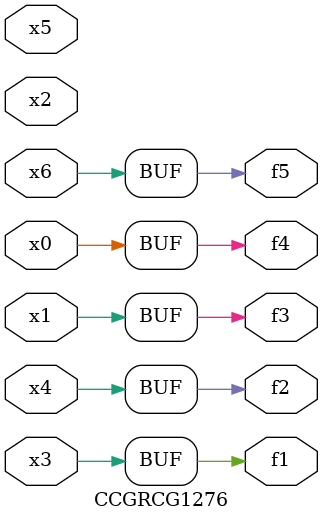
<source format=v>
module CCGRCG1276(
	input x0, x1, x2, x3, x4, x5, x6,
	output f1, f2, f3, f4, f5
);
	assign f1 = x3;
	assign f2 = x4;
	assign f3 = x1;
	assign f4 = x0;
	assign f5 = x6;
endmodule

</source>
